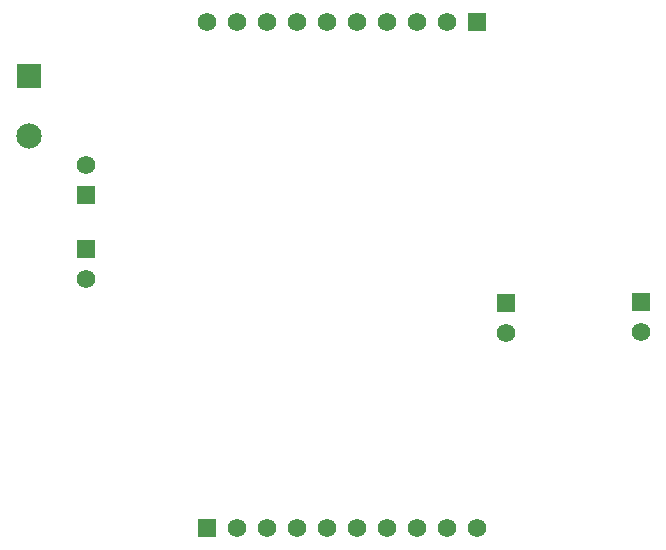
<source format=gbs>
G04*
G04 #@! TF.GenerationSoftware,Altium Limited,Altium Designer,21.7.2 (23)*
G04*
G04 Layer_Color=16711935*
%FSLAX25Y25*%
%MOIN*%
G70*
G04*
G04 #@! TF.SameCoordinates,CEDA9658-653E-4C37-85A5-3546ED317D05*
G04*
G04*
G04 #@! TF.FilePolarity,Negative*
G04*
G01*
G75*
%ADD37R,0.06181X0.06181*%
%ADD38C,0.06181*%
%ADD39R,0.06181X0.06181*%
%ADD40C,0.08465*%
%ADD41R,0.08465X0.08465*%
D37*
X247013Y89775D02*
D03*
X62000Y125500D02*
D03*
Y107500D02*
D03*
X202014Y89500D02*
D03*
D38*
X247013Y79775D02*
D03*
X62000Y135500D02*
D03*
Y97500D02*
D03*
X202014Y79500D02*
D03*
X192500Y14500D02*
D03*
X182500D02*
D03*
X172500D02*
D03*
X162500D02*
D03*
X152500D02*
D03*
X142500D02*
D03*
X132500D02*
D03*
X122500D02*
D03*
X112500D02*
D03*
X102500Y183000D02*
D03*
X112500D02*
D03*
X122500D02*
D03*
X132500D02*
D03*
X142500D02*
D03*
X152500D02*
D03*
X162500D02*
D03*
X172500D02*
D03*
X182500D02*
D03*
D39*
X102500Y14500D02*
D03*
X192500Y183000D02*
D03*
D40*
X43000Y145000D02*
D03*
D41*
Y165000D02*
D03*
M02*

</source>
